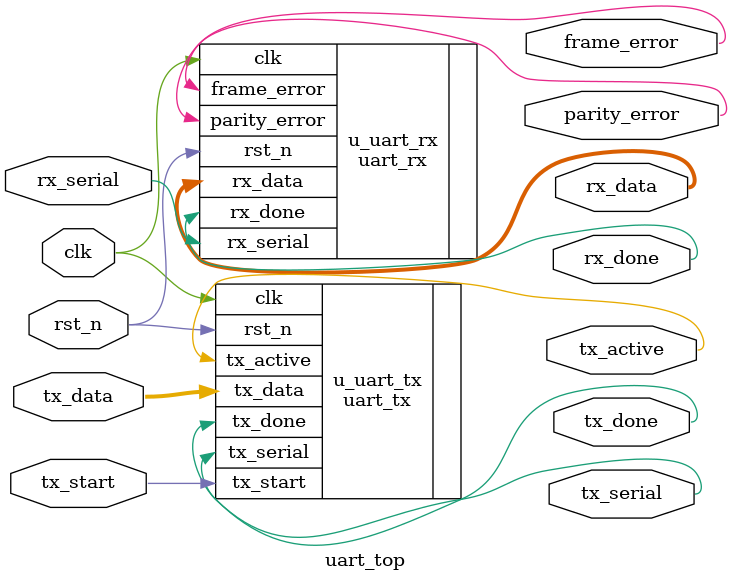
<source format=sv>
module uart_top #(
    parameter CLKS_PER_BIT = 868
)(
    input  logic       clk,
    input  logic       rst_n,
    
    // TX Interface
    input  logic       tx_start,
    input  logic [7:0] tx_data,
    output logic       tx_serial,
    output logic       tx_done,
    output logic       tx_active,
    
    // RX Interface
    input  logic       rx_serial,
    output logic [7:0] rx_data,
    output logic       rx_done,
    output logic       parity_error,
    output logic       frame_error
);

    // Instantiate UART Transmitter
    uart_tx #(
        .CLKS_PER_BIT(CLKS_PER_BIT)
    ) u_uart_tx (
        .clk        (clk),
        .rst_n      (rst_n),
        .tx_start   (tx_start),
        .tx_data    (tx_data),
        .tx_serial  (tx_serial),
        .tx_done    (tx_done),
        .tx_active  (tx_active)
    );

    // Instantiate UART Receiver
    uart_rx #(
        .CLKS_PER_BIT(CLKS_PER_BIT)
    ) u_uart_rx (
        .clk          (clk),
        .rst_n        (rst_n),
        .rx_serial    (rx_serial),
        .rx_data      (rx_data),
        .rx_done      (rx_done),
        .parity_error (parity_error),
        .frame_error  (frame_error)
    );

endmodule
</source>
